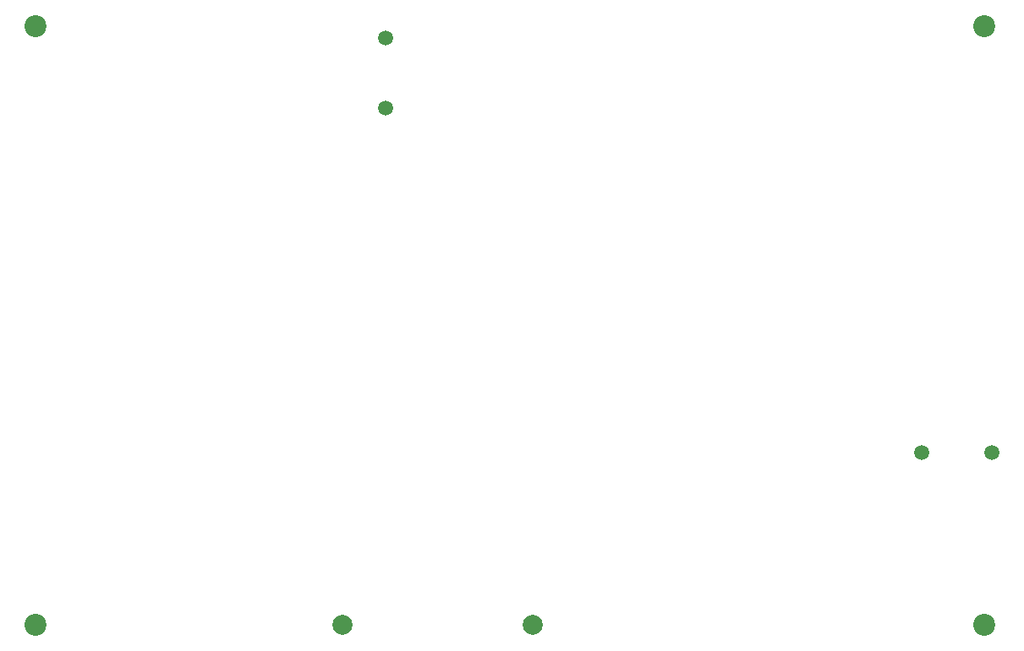
<source format=gbr>
%TF.GenerationSoftware,KiCad,Pcbnew,(5.1.10)-1*%
%TF.CreationDate,2021-11-12T20:22:55+04:00*%
%TF.ProjectId,RTD2662Board,52544432-3636-4324-926f-6172642e6b69,2*%
%TF.SameCoordinates,Original*%
%TF.FileFunction,NonPlated,1,2,NPTH,Drill*%
%TF.FilePolarity,Positive*%
%FSLAX46Y46*%
G04 Gerber Fmt 4.6, Leading zero omitted, Abs format (unit mm)*
G04 Created by KiCad (PCBNEW (5.1.10)-1) date 2021-11-12 20:22:55*
%MOMM*%
%LPD*%
G01*
G04 APERTURE LIST*
%TA.AperFunction,ComponentDrill*%
%ADD10C,1.500000*%
%TD*%
%TA.AperFunction,ComponentDrill*%
%ADD11C,1.998980*%
%TD*%
%TA.AperFunction,ComponentDrill*%
%ADD12C,2.200000*%
%TD*%
G04 APERTURE END LIST*
D10*
%TO.C,J2*%
X85050000Y-83675000D03*
X85050000Y-90675000D03*
%TO.C,J5*%
X138775000Y-125250000D03*
X145775000Y-125250000D03*
D11*
%TO.C,J6*%
X80725000Y-142497460D03*
X99775000Y-142497460D03*
D12*
%TO.C,REF\u002A\u002A*%
X50000000Y-82500000D03*
X50000000Y-142500000D03*
X145000000Y-82500000D03*
X145000000Y-142500000D03*
M02*

</source>
